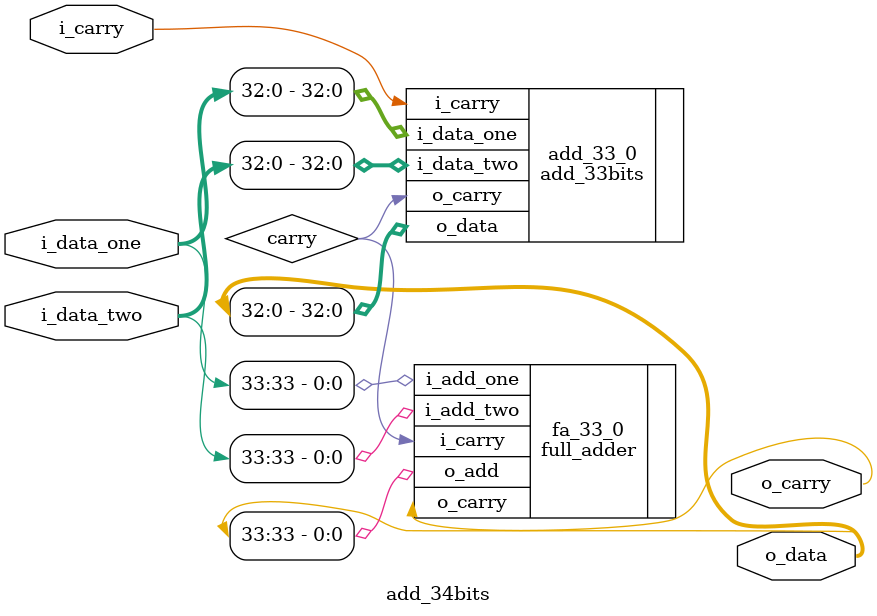
<source format=sv>
module add_34bits(
  input logic  [33:0] i_data_one,
  input logic  [33:0] i_data_two,
  input logic         i_carry,
  
  output logic [33:0] o_data,
  output logic        o_carry
);

  logic carry;

  add_33bits add_33_0(
    .i_data_one (i_data_one[32:0]),
    .i_data_two (i_data_two[32:0]),
    .i_carry    (i_carry),
    .o_data     (o_data[32:0]),
    .o_carry    (carry)
  );
  
  full_adder fa_33_0(
    .i_add_one (i_data_one[33]),
    .i_add_two (i_data_two[33]),
    .i_carry   (carry),
    .o_add     (o_data[33]),
    .o_carry   (o_carry)
  );

endmodule
</source>
